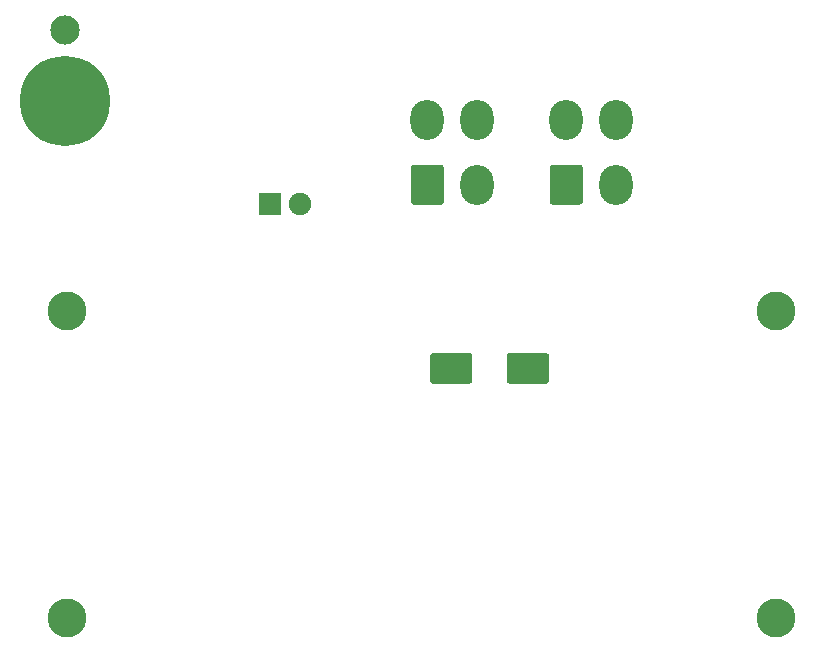
<source format=gbr>
G04 #@! TF.GenerationSoftware,KiCad,Pcbnew,(5.1.6)-1*
G04 #@! TF.CreationDate,2021-02-10T22:37:55+11:00*
G04 #@! TF.ProjectId,KY58 Panel PCB V2,4b593538-2050-4616-9e65-6c2050434220,rev?*
G04 #@! TF.SameCoordinates,Original*
G04 #@! TF.FileFunction,Soldermask,Bot*
G04 #@! TF.FilePolarity,Negative*
%FSLAX46Y46*%
G04 Gerber Fmt 4.6, Leading zero omitted, Abs format (unit mm)*
G04 Created by KiCad (PCBNEW (5.1.6)-1) date 2021-02-10 22:37:55*
%MOMM*%
%LPD*%
G01*
G04 APERTURE LIST*
%ADD10C,3.300000*%
%ADD11C,7.640752*%
%ADD12C,2.481250*%
%ADD13O,2.800000X3.400000*%
%ADD14C,1.900000*%
%ADD15R,1.900000X1.900000*%
G04 APERTURE END LIST*
D10*
G04 #@! TO.C,REF\u002A\u002A*
X175975000Y-138025000D03*
G04 #@! TD*
G04 #@! TO.C,REF\u002A\u002A*
X115975000Y-138000000D03*
G04 #@! TD*
G04 #@! TO.C,REF\u002A\u002A*
X176025000Y-112000000D03*
G04 #@! TD*
G04 #@! TO.C,REF\u002A\u002A*
X116000000Y-112000000D03*
G04 #@! TD*
D11*
G04 #@! TO.C,REF\u002A\u002A*
X115760258Y-94278977D03*
D12*
X115760258Y-88278977D03*
D11*
X115760258Y-94278977D03*
G04 #@! TD*
D13*
G04 #@! TO.C,J2*
X162442000Y-95843000D03*
X158242000Y-95843000D03*
X162442000Y-101343000D03*
G36*
G01*
X156842000Y-102783740D02*
X156842000Y-99902260D01*
G75*
G02*
X157101260Y-99643000I259260J0D01*
G01*
X159382740Y-99643000D01*
G75*
G02*
X159642000Y-99902260I0J-259260D01*
G01*
X159642000Y-102783740D01*
G75*
G02*
X159382740Y-103043000I-259260J0D01*
G01*
X157101260Y-103043000D01*
G75*
G02*
X156842000Y-102783740I0J259260D01*
G01*
G37*
G04 #@! TD*
G04 #@! TO.C,J1*
X150682000Y-95843000D03*
X146482000Y-95843000D03*
X150682000Y-101343000D03*
G36*
G01*
X145082000Y-102783740D02*
X145082000Y-99902260D01*
G75*
G02*
X145341260Y-99643000I259260J0D01*
G01*
X147622740Y-99643000D01*
G75*
G02*
X147882000Y-99902260I0J-259260D01*
G01*
X147882000Y-102783740D01*
G75*
G02*
X147622740Y-103043000I-259260J0D01*
G01*
X145341260Y-103043000D01*
G75*
G02*
X145082000Y-102783740I0J259260D01*
G01*
G37*
G04 #@! TD*
G04 #@! TO.C,C1*
G36*
G01*
X153191000Y-117931000D02*
X153191000Y-115851000D01*
G75*
G02*
X153451000Y-115591000I260000J0D01*
G01*
X156531000Y-115591000D01*
G75*
G02*
X156791000Y-115851000I0J-260000D01*
G01*
X156791000Y-117931000D01*
G75*
G02*
X156531000Y-118191000I-260000J0D01*
G01*
X153451000Y-118191000D01*
G75*
G02*
X153191000Y-117931000I0J260000D01*
G01*
G37*
G36*
G01*
X146691000Y-117931000D02*
X146691000Y-115851000D01*
G75*
G02*
X146951000Y-115591000I260000J0D01*
G01*
X150031000Y-115591000D01*
G75*
G02*
X150291000Y-115851000I0J-260000D01*
G01*
X150291000Y-117931000D01*
G75*
G02*
X150031000Y-118191000I-260000J0D01*
G01*
X146951000Y-118191000D01*
G75*
G02*
X146691000Y-117931000I0J260000D01*
G01*
G37*
G04 #@! TD*
D14*
G04 #@! TO.C,D1*
X135687000Y-102997000D03*
D15*
X133147000Y-102997000D03*
G04 #@! TD*
M02*

</source>
